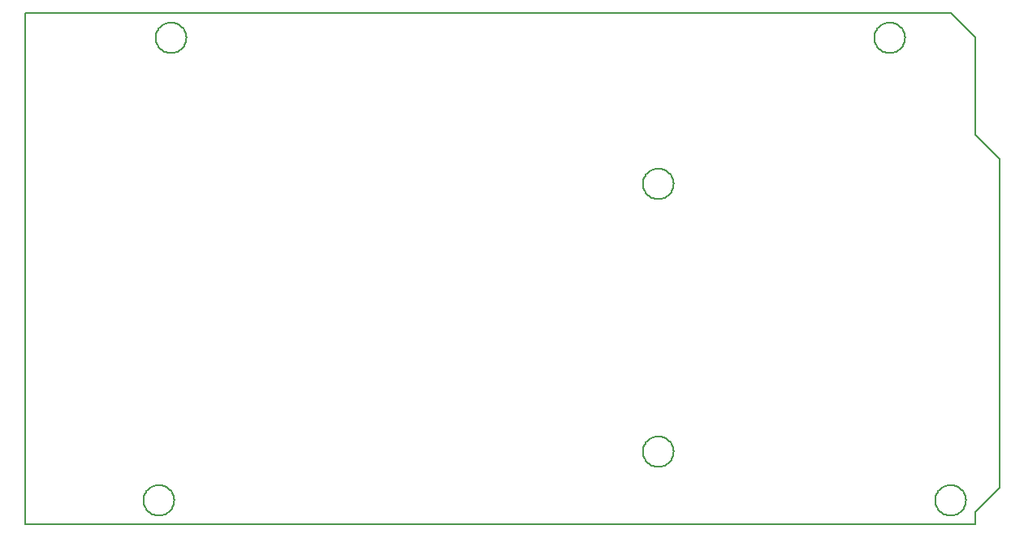
<source format=gm1>
%FSTAX23Y23*%
%MOIN*%
%SFA1B1*%

%IPPOS*%
%ADD11C,0.005000*%
%LNdrivecontroller-1*%
%LPD*%
G54D11*
X03863Y001D02*
D01*
X03862Y00104*
X03862Y00108*
X03861Y00113*
X0386Y00117*
X03859Y00121*
X03857Y00125*
X03855Y00129*
X03853Y00133*
X0385Y00137*
X03848Y0014*
X03845Y00143*
X03842Y00146*
X03838Y00149*
X03835Y00152*
X03831Y00154*
X03827Y00156*
X03823Y00158*
X03819Y00159*
X03815Y00161*
X0381Y00162*
X03806Y00162*
X03802Y00162*
X03797*
X03793Y00162*
X03789Y00162*
X03784Y00161*
X0378Y00159*
X03776Y00158*
X03772Y00156*
X03768Y00154*
X03764Y00152*
X03761Y00149*
X03757Y00146*
X03754Y00143*
X03751Y0014*
X03749Y00137*
X03746Y00133*
X03744Y00129*
X03742Y00125*
X0374Y00121*
X03739Y00117*
X03738Y00113*
X03737Y00108*
X03737Y00104*
X03737Y001*
X03737Y00095*
X03737Y00091*
X03738Y00086*
X03739Y00082*
X0374Y00078*
X03742Y00074*
X03744Y0007*
X03746Y00066*
X03749Y00062*
X03751Y00059*
X03754Y00056*
X03757Y00053*
X03761Y0005*
X03764Y00047*
X03768Y00045*
X03772Y00043*
X03776Y00041*
X0378Y0004*
X03784Y00038*
X03789Y00037*
X03793Y00037*
X03797Y00037*
X03802*
X03806Y00037*
X0381Y00037*
X03815Y00038*
X03819Y0004*
X03823Y00041*
X03827Y00043*
X03831Y00045*
X03835Y00047*
X03838Y0005*
X03842Y00053*
X03845Y00056*
X03848Y00059*
X0385Y00062*
X03853Y00066*
X03855Y0007*
X03857Y00074*
X03859Y00078*
X0386Y00082*
X03861Y00086*
X03862Y00091*
X03862Y00095*
X03863Y001*
X03613Y02D02*
D01*
X03612Y02004*
X03612Y02008*
X03611Y02013*
X0361Y02017*
X03609Y02021*
X03607Y02025*
X03605Y02029*
X03603Y02033*
X036Y02037*
X03598Y0204*
X03595Y02043*
X03592Y02046*
X03588Y02049*
X03585Y02052*
X03581Y02054*
X03577Y02056*
X03573Y02058*
X03569Y02059*
X03565Y02061*
X0356Y02062*
X03556Y02062*
X03552Y02062*
X03547*
X03543Y02062*
X03539Y02062*
X03534Y02061*
X0353Y02059*
X03526Y02058*
X03522Y02056*
X03518Y02054*
X03514Y02052*
X03511Y02049*
X03507Y02046*
X03504Y02043*
X03501Y0204*
X03499Y02037*
X03496Y02033*
X03494Y02029*
X03492Y02025*
X0349Y02021*
X03489Y02017*
X03488Y02013*
X03487Y02008*
X03487Y02004*
X03487Y02*
X03487Y01995*
X03487Y01991*
X03488Y01986*
X03489Y01982*
X0349Y01978*
X03492Y01974*
X03494Y0197*
X03496Y01966*
X03499Y01962*
X03501Y01959*
X03504Y01956*
X03507Y01953*
X03511Y0195*
X03514Y01947*
X03518Y01945*
X03522Y01943*
X03526Y01941*
X0353Y0194*
X03534Y01938*
X03539Y01937*
X03543Y01937*
X03547Y01937*
X03552*
X03556Y01937*
X0356Y01937*
X03565Y01938*
X03569Y0194*
X03573Y01941*
X03577Y01943*
X03581Y01945*
X03585Y01947*
X03588Y0195*
X03592Y01953*
X03595Y01956*
X03598Y01959*
X036Y01962*
X03603Y01966*
X03605Y0197*
X03607Y01974*
X03609Y01978*
X0361Y01982*
X03611Y01986*
X03612Y01991*
X03612Y01995*
X03613Y02*
X02663Y014D02*
D01*
X02662Y01404*
X02662Y01408*
X02661Y01413*
X0266Y01417*
X02659Y01421*
X02657Y01425*
X02655Y01429*
X02653Y01433*
X0265Y01437*
X02648Y0144*
X02645Y01443*
X02642Y01446*
X02638Y01449*
X02635Y01452*
X02631Y01454*
X02627Y01456*
X02623Y01458*
X02619Y01459*
X02615Y01461*
X0261Y01462*
X02606Y01462*
X02602Y01462*
X02597*
X02593Y01462*
X02589Y01462*
X02584Y01461*
X0258Y01459*
X02576Y01458*
X02572Y01456*
X02568Y01454*
X02564Y01452*
X02561Y01449*
X02557Y01446*
X02554Y01443*
X02551Y0144*
X02549Y01437*
X02546Y01433*
X02544Y01429*
X02542Y01425*
X0254Y01421*
X02539Y01417*
X02538Y01413*
X02537Y01408*
X02537Y01404*
X02537Y014*
X02537Y01395*
X02537Y01391*
X02538Y01386*
X02539Y01382*
X0254Y01378*
X02542Y01374*
X02544Y0137*
X02546Y01366*
X02549Y01362*
X02551Y01359*
X02554Y01356*
X02557Y01353*
X02561Y0135*
X02564Y01347*
X02568Y01345*
X02572Y01343*
X02576Y01341*
X0258Y0134*
X02584Y01338*
X02589Y01337*
X02593Y01337*
X02597Y01337*
X02602*
X02606Y01337*
X0261Y01337*
X02615Y01338*
X02619Y0134*
X02623Y01341*
X02627Y01343*
X02631Y01345*
X02635Y01347*
X02638Y0135*
X02642Y01353*
X02645Y01356*
X02648Y01359*
X0265Y01362*
X02653Y01366*
X02655Y0137*
X02657Y01374*
X02659Y01378*
X0266Y01382*
X02661Y01386*
X02662Y01391*
X02662Y01395*
X02663Y014*
X00613Y001D02*
D01*
X00612Y00104*
X00612Y00108*
X00611Y00113*
X0061Y00117*
X00609Y00121*
X00607Y00125*
X00605Y00129*
X00603Y00133*
X006Y00137*
X00598Y0014*
X00595Y00143*
X00592Y00146*
X00588Y00149*
X00585Y00152*
X00581Y00154*
X00577Y00156*
X00573Y00158*
X00569Y00159*
X00565Y00161*
X0056Y00162*
X00556Y00162*
X00552Y00162*
X00547*
X00543Y00162*
X00539Y00162*
X00534Y00161*
X0053Y00159*
X00526Y00158*
X00522Y00156*
X00518Y00154*
X00514Y00152*
X00511Y00149*
X00507Y00146*
X00504Y00143*
X00501Y0014*
X00499Y00137*
X00496Y00133*
X00494Y00129*
X00492Y00125*
X0049Y00121*
X00489Y00117*
X00488Y00113*
X00487Y00108*
X00487Y00104*
X00487Y001*
X00487Y00095*
X00487Y00091*
X00488Y00086*
X00489Y00082*
X0049Y00078*
X00492Y00074*
X00494Y0007*
X00496Y00066*
X00499Y00062*
X00501Y00059*
X00504Y00056*
X00507Y00053*
X00511Y0005*
X00514Y00047*
X00518Y00045*
X00522Y00043*
X00526Y00041*
X0053Y0004*
X00534Y00038*
X00539Y00037*
X00543Y00037*
X00547Y00037*
X00552*
X00556Y00037*
X0056Y00037*
X00565Y00038*
X00569Y0004*
X00573Y00041*
X00577Y00043*
X00581Y00045*
X00585Y00047*
X00588Y0005*
X00592Y00053*
X00595Y00056*
X00598Y00059*
X006Y00062*
X00603Y00066*
X00605Y0007*
X00607Y00074*
X00609Y00078*
X0061Y00082*
X00611Y00086*
X00612Y00091*
X00612Y00095*
X00613Y001*
X02663Y003D02*
D01*
X02662Y00304*
X02662Y00308*
X02661Y00313*
X0266Y00317*
X02659Y00321*
X02657Y00325*
X02655Y00329*
X02653Y00333*
X0265Y00337*
X02648Y0034*
X02645Y00343*
X02642Y00346*
X02638Y00349*
X02635Y00352*
X02631Y00354*
X02627Y00356*
X02623Y00358*
X02619Y00359*
X02615Y00361*
X0261Y00362*
X02606Y00362*
X02602Y00362*
X02597*
X02593Y00362*
X02589Y00362*
X02584Y00361*
X0258Y00359*
X02576Y00358*
X02572Y00356*
X02568Y00354*
X02564Y00352*
X02561Y00349*
X02557Y00346*
X02554Y00343*
X02551Y0034*
X02549Y00337*
X02546Y00333*
X02544Y00329*
X02542Y00325*
X0254Y00321*
X02539Y00317*
X02538Y00313*
X02537Y00308*
X02537Y00304*
X02537Y003*
X02537Y00295*
X02537Y00291*
X02538Y00286*
X02539Y00282*
X0254Y00278*
X02542Y00274*
X02544Y0027*
X02546Y00266*
X02549Y00262*
X02551Y00259*
X02554Y00256*
X02557Y00253*
X02561Y0025*
X02564Y00247*
X02568Y00245*
X02572Y00243*
X02576Y00241*
X0258Y0024*
X02584Y00238*
X02589Y00237*
X02593Y00237*
X02597Y00237*
X02602*
X02606Y00237*
X0261Y00237*
X02615Y00238*
X02619Y0024*
X02623Y00241*
X02627Y00243*
X02631Y00245*
X02635Y00247*
X02638Y0025*
X02642Y00253*
X02645Y00256*
X02648Y00259*
X0265Y00262*
X02653Y00266*
X02655Y0027*
X02657Y00274*
X02659Y00278*
X0266Y00282*
X02661Y00286*
X02662Y00291*
X02662Y00295*
X02663Y003*
X00663Y02D02*
D01*
X00662Y02004*
X00662Y02008*
X00661Y02013*
X0066Y02017*
X00659Y02021*
X00657Y02025*
X00655Y02029*
X00653Y02033*
X0065Y02037*
X00648Y0204*
X00645Y02043*
X00642Y02046*
X00638Y02049*
X00635Y02052*
X00631Y02054*
X00627Y02056*
X00623Y02058*
X00619Y02059*
X00615Y02061*
X0061Y02062*
X00606Y02062*
X00602Y02062*
X00597*
X00593Y02062*
X00589Y02062*
X00584Y02061*
X0058Y02059*
X00576Y02058*
X00572Y02056*
X00568Y02054*
X00564Y02052*
X00561Y02049*
X00557Y02046*
X00554Y02043*
X00551Y0204*
X00549Y02037*
X00546Y02033*
X00544Y02029*
X00542Y02025*
X0054Y02021*
X00539Y02017*
X00538Y02013*
X00537Y02008*
X00537Y02004*
X00537Y02*
X00537Y01995*
X00537Y01991*
X00538Y01986*
X00539Y01982*
X0054Y01978*
X00542Y01974*
X00544Y0197*
X00546Y01966*
X00549Y01962*
X00551Y01959*
X00554Y01956*
X00557Y01953*
X00561Y0195*
X00564Y01947*
X00568Y01945*
X00572Y01943*
X00576Y01941*
X0058Y0194*
X00584Y01938*
X00589Y01937*
X00593Y01937*
X00597Y01937*
X00602*
X00606Y01937*
X0061Y01937*
X00615Y01938*
X00619Y0194*
X00623Y01941*
X00627Y01943*
X00631Y01945*
X00635Y01947*
X00638Y0195*
X00642Y01953*
X00645Y01956*
X00648Y01959*
X0065Y01962*
X00653Y01966*
X00655Y0197*
X00657Y01974*
X00659Y01978*
X0066Y01982*
X00661Y01986*
X00662Y01991*
X00662Y01995*
X00663Y02*
X0Y0D02*
Y021D01*
X038*
X0Y0D02*
X039D01*
X038Y021D02*
X039Y02D01*
Y016D02*
Y02D01*
Y016D02*
X04Y015D01*
Y0015D02*
Y015D01*
X039Y0005D02*
X04Y0015D01*
X039Y0D02*
Y0005D01*
X03863Y001D02*
D01*
X03862Y00104*
X03862Y00108*
X03861Y00113*
X0386Y00117*
X03859Y00121*
X03857Y00125*
X03855Y00129*
X03853Y00133*
X0385Y00137*
X03848Y0014*
X03845Y00143*
X03842Y00146*
X03838Y00149*
X03835Y00152*
X03831Y00154*
X03827Y00156*
X03823Y00158*
X03819Y00159*
X03815Y00161*
X0381Y00162*
X03806Y00162*
X03802Y00162*
X03797*
X03793Y00162*
X03789Y00162*
X03784Y00161*
X0378Y00159*
X03776Y00158*
X03772Y00156*
X03768Y00154*
X03764Y00152*
X03761Y00149*
X03757Y00146*
X03754Y00143*
X03751Y0014*
X03749Y00137*
X03746Y00133*
X03744Y00129*
X03742Y00125*
X0374Y00121*
X03739Y00117*
X03738Y00113*
X03737Y00108*
X03737Y00104*
X03737Y001*
X03737Y00095*
X03737Y00091*
X03738Y00086*
X03739Y00082*
X0374Y00078*
X03742Y00074*
X03744Y0007*
X03746Y00066*
X03749Y00062*
X03751Y00059*
X03754Y00056*
X03757Y00053*
X03761Y0005*
X03764Y00047*
X03768Y00045*
X03772Y00043*
X03776Y00041*
X0378Y0004*
X03784Y00038*
X03789Y00037*
X03793Y00037*
X03797Y00037*
X03802*
X03806Y00037*
X0381Y00037*
X03815Y00038*
X03819Y0004*
X03823Y00041*
X03827Y00043*
X03831Y00045*
X03835Y00047*
X03838Y0005*
X03842Y00053*
X03845Y00056*
X03848Y00059*
X0385Y00062*
X03853Y00066*
X03855Y0007*
X03857Y00074*
X03859Y00078*
X0386Y00082*
X03861Y00086*
X03862Y00091*
X03862Y00095*
X03863Y001*
X03613Y02D02*
D01*
X03612Y02004*
X03612Y02008*
X03611Y02013*
X0361Y02017*
X03609Y02021*
X03607Y02025*
X03605Y02029*
X03603Y02033*
X036Y02037*
X03598Y0204*
X03595Y02043*
X03592Y02046*
X03588Y02049*
X03585Y02052*
X03581Y02054*
X03577Y02056*
X03573Y02058*
X03569Y02059*
X03565Y02061*
X0356Y02062*
X03556Y02062*
X03552Y02062*
X03547*
X03543Y02062*
X03539Y02062*
X03534Y02061*
X0353Y02059*
X03526Y02058*
X03522Y02056*
X03518Y02054*
X03514Y02052*
X03511Y02049*
X03507Y02046*
X03504Y02043*
X03501Y0204*
X03499Y02037*
X03496Y02033*
X03494Y02029*
X03492Y02025*
X0349Y02021*
X03489Y02017*
X03488Y02013*
X03487Y02008*
X03487Y02004*
X03487Y02*
X03487Y01995*
X03487Y01991*
X03488Y01986*
X03489Y01982*
X0349Y01978*
X03492Y01974*
X03494Y0197*
X03496Y01966*
X03499Y01962*
X03501Y01959*
X03504Y01956*
X03507Y01953*
X03511Y0195*
X03514Y01947*
X03518Y01945*
X03522Y01943*
X03526Y01941*
X0353Y0194*
X03534Y01938*
X03539Y01937*
X03543Y01937*
X03547Y01937*
X03552*
X03556Y01937*
X0356Y01937*
X03565Y01938*
X03569Y0194*
X03573Y01941*
X03577Y01943*
X03581Y01945*
X03585Y01947*
X03588Y0195*
X03592Y01953*
X03595Y01956*
X03598Y01959*
X036Y01962*
X03603Y01966*
X03605Y0197*
X03607Y01974*
X03609Y01978*
X0361Y01982*
X03611Y01986*
X03612Y01991*
X03612Y01995*
X03613Y02*
X02663Y014D02*
D01*
X02662Y01404*
X02662Y01408*
X02661Y01413*
X0266Y01417*
X02659Y01421*
X02657Y01425*
X02655Y01429*
X02653Y01433*
X0265Y01437*
X02648Y0144*
X02645Y01443*
X02642Y01446*
X02638Y01449*
X02635Y01452*
X02631Y01454*
X02627Y01456*
X02623Y01458*
X02619Y01459*
X02615Y01461*
X0261Y01462*
X02606Y01462*
X02602Y01462*
X02597*
X02593Y01462*
X02589Y01462*
X02584Y01461*
X0258Y01459*
X02576Y01458*
X02572Y01456*
X02568Y01454*
X02564Y01452*
X02561Y01449*
X02557Y01446*
X02554Y01443*
X02551Y0144*
X02549Y01437*
X02546Y01433*
X02544Y01429*
X02542Y01425*
X0254Y01421*
X02539Y01417*
X02538Y01413*
X02537Y01408*
X02537Y01404*
X02537Y014*
X02537Y01395*
X02537Y01391*
X02538Y01386*
X02539Y01382*
X0254Y01378*
X02542Y01374*
X02544Y0137*
X02546Y01366*
X02549Y01362*
X02551Y01359*
X02554Y01356*
X02557Y01353*
X02561Y0135*
X02564Y01347*
X02568Y01345*
X02572Y01343*
X02576Y01341*
X0258Y0134*
X02584Y01338*
X02589Y01337*
X02593Y01337*
X02597Y01337*
X02602*
X02606Y01337*
X0261Y01337*
X02615Y01338*
X02619Y0134*
X02623Y01341*
X02627Y01343*
X02631Y01345*
X02635Y01347*
X02638Y0135*
X02642Y01353*
X02645Y01356*
X02648Y01359*
X0265Y01362*
X02653Y01366*
X02655Y0137*
X02657Y01374*
X02659Y01378*
X0266Y01382*
X02661Y01386*
X02662Y01391*
X02662Y01395*
X02663Y014*
X00613Y001D02*
D01*
X00612Y00104*
X00612Y00108*
X00611Y00113*
X0061Y00117*
X00609Y00121*
X00607Y00125*
X00605Y00129*
X00603Y00133*
X006Y00137*
X00598Y0014*
X00595Y00143*
X00592Y00146*
X00588Y00149*
X00585Y00152*
X00581Y00154*
X00577Y00156*
X00573Y00158*
X00569Y00159*
X00565Y00161*
X0056Y00162*
X00556Y00162*
X00552Y00162*
X00547*
X00543Y00162*
X00539Y00162*
X00534Y00161*
X0053Y00159*
X00526Y00158*
X00522Y00156*
X00518Y00154*
X00514Y00152*
X00511Y00149*
X00507Y00146*
X00504Y00143*
X00501Y0014*
X00499Y00137*
X00496Y00133*
X00494Y00129*
X00492Y00125*
X0049Y00121*
X00489Y00117*
X00488Y00113*
X00487Y00108*
X00487Y00104*
X00487Y001*
X00487Y00095*
X00487Y00091*
X00488Y00086*
X00489Y00082*
X0049Y00078*
X00492Y00074*
X00494Y0007*
X00496Y00066*
X00499Y00062*
X00501Y00059*
X00504Y00056*
X00507Y00053*
X00511Y0005*
X00514Y00047*
X00518Y00045*
X00522Y00043*
X00526Y00041*
X0053Y0004*
X00534Y00038*
X00539Y00037*
X00543Y00037*
X00547Y00037*
X00552*
X00556Y00037*
X0056Y00037*
X00565Y00038*
X00569Y0004*
X00573Y00041*
X00577Y00043*
X00581Y00045*
X00585Y00047*
X00588Y0005*
X00592Y00053*
X00595Y00056*
X00598Y00059*
X006Y00062*
X00603Y00066*
X00605Y0007*
X00607Y00074*
X00609Y00078*
X0061Y00082*
X00611Y00086*
X00612Y00091*
X00612Y00095*
X00613Y001*
X02663Y003D02*
D01*
X02662Y00304*
X02662Y00308*
X02661Y00313*
X0266Y00317*
X02659Y00321*
X02657Y00325*
X02655Y00329*
X02653Y00333*
X0265Y00337*
X02648Y0034*
X02645Y00343*
X02642Y00346*
X02638Y00349*
X02635Y00352*
X02631Y00354*
X02627Y00356*
X02623Y00358*
X02619Y00359*
X02615Y00361*
X0261Y00362*
X02606Y00362*
X02602Y00362*
X02597*
X02593Y00362*
X02589Y00362*
X02584Y00361*
X0258Y00359*
X02576Y00358*
X02572Y00356*
X02568Y00354*
X02564Y00352*
X02561Y00349*
X02557Y00346*
X02554Y00343*
X02551Y0034*
X02549Y00337*
X02546Y00333*
X02544Y00329*
X02542Y00325*
X0254Y00321*
X02539Y00317*
X02538Y00313*
X02537Y00308*
X02537Y00304*
X02537Y003*
X02537Y00295*
X02537Y00291*
X02538Y00286*
X02539Y00282*
X0254Y00278*
X02542Y00274*
X02544Y0027*
X02546Y00266*
X02549Y00262*
X02551Y00259*
X02554Y00256*
X02557Y00253*
X02561Y0025*
X02564Y00247*
X02568Y00245*
X02572Y00243*
X02576Y00241*
X0258Y0024*
X02584Y00238*
X02589Y00237*
X02593Y00237*
X02597Y00237*
X02602*
X02606Y00237*
X0261Y00237*
X02615Y00238*
X02619Y0024*
X02623Y00241*
X02627Y00243*
X02631Y00245*
X02635Y00247*
X02638Y0025*
X02642Y00253*
X02645Y00256*
X02648Y00259*
X0265Y00262*
X02653Y00266*
X02655Y0027*
X02657Y00274*
X02659Y00278*
X0266Y00282*
X02661Y00286*
X02662Y00291*
X02662Y00295*
X02663Y003*
X00663Y02D02*
D01*
X00662Y02004*
X00662Y02008*
X00661Y02013*
X0066Y02017*
X00659Y02021*
X00657Y02025*
X00655Y02029*
X00653Y02033*
X0065Y02037*
X00648Y0204*
X00645Y02043*
X00642Y02046*
X00638Y02049*
X00635Y02052*
X00631Y02054*
X00627Y02056*
X00623Y02058*
X00619Y02059*
X00615Y02061*
X0061Y02062*
X00606Y02062*
X00602Y02062*
X00597*
X00593Y02062*
X00589Y02062*
X00584Y02061*
X0058Y02059*
X00576Y02058*
X00572Y02056*
X00568Y02054*
X00564Y02052*
X00561Y02049*
X00557Y02046*
X00554Y02043*
X00551Y0204*
X00549Y02037*
X00546Y02033*
X00544Y02029*
X00542Y02025*
X0054Y02021*
X00539Y02017*
X00538Y02013*
X00537Y02008*
X00537Y02004*
X00537Y02*
X00537Y01995*
X00537Y01991*
X00538Y01986*
X00539Y01982*
X0054Y01978*
X00542Y01974*
X00544Y0197*
X00546Y01966*
X00549Y01962*
X00551Y01959*
X00554Y01956*
X00557Y01953*
X00561Y0195*
X00564Y01947*
X00568Y01945*
X00572Y01943*
X00576Y01941*
X0058Y0194*
X00584Y01938*
X00589Y01937*
X00593Y01937*
X00597Y01937*
X00602*
X00606Y01937*
X0061Y01937*
X00615Y01938*
X00619Y0194*
X00623Y01941*
X00627Y01943*
X00631Y01945*
X00635Y01947*
X00638Y0195*
X00642Y01953*
X00645Y01956*
X00648Y01959*
X0065Y01962*
X00653Y01966*
X00655Y0197*
X00657Y01974*
X00659Y01978*
X0066Y01982*
X00661Y01986*
X00662Y01991*
X00662Y01995*
X00663Y02*
X0Y0D02*
Y021D01*
X038*
X0Y0D02*
X039D01*
X038Y021D02*
X039Y02D01*
Y016D02*
Y02D01*
Y016D02*
X04Y015D01*
Y0015D02*
Y015D01*
X039Y0005D02*
X04Y0015D01*
X039Y0D02*
Y0005D01*
M02*
</source>
